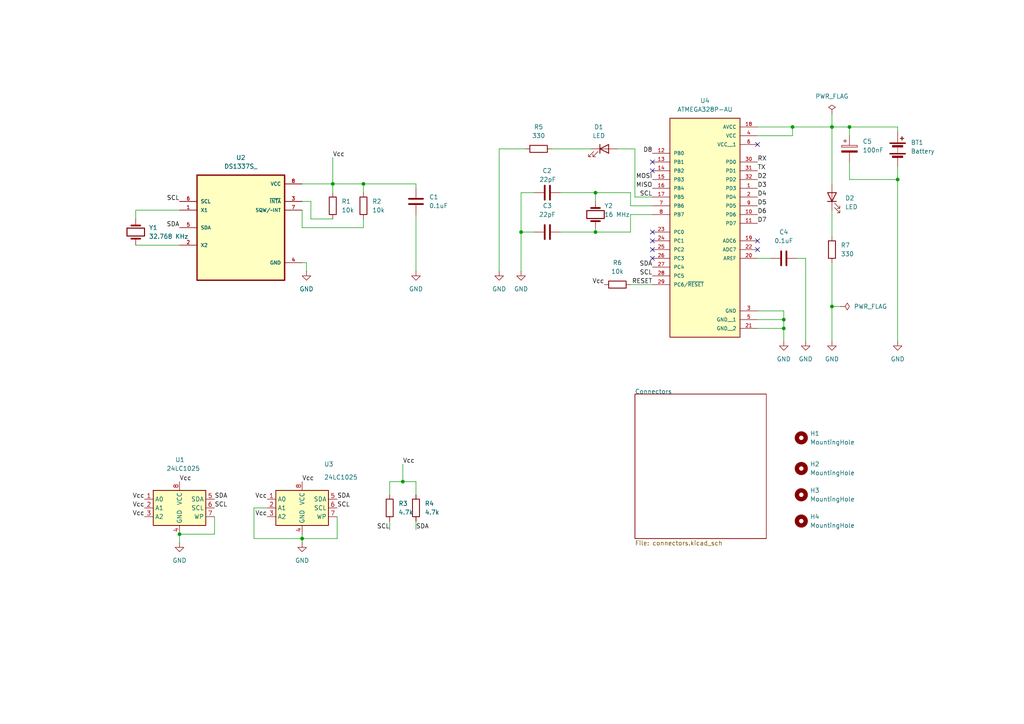
<source format=kicad_sch>
(kicad_sch (version 20231120) (generator "eeschema") (generator_version "8.0")
  (paper "A4")
  (title_block (title "MCU Datalogger with clock and EEPROM") (date "2024-09-26") (rev "version 1") (company "chivoma"))
  (lib_symbols
    (symbol "ATMEGA328P-AU:ATMEGA328P-AU" (pin_names (offset 1.016))
      (property "Reference" "U" (at -10.1755 29.2546 0))
      (property "Value" "ATMEGA328P-AU" (at -10.1669 -39.3914 0))
      (symbol "ATMEGA328P-AU_0_0"
        (rectangle (start -10.16 -35.56) (end 10.16 27.94) (stroke (width 0.254)) (fill (type background)))
        (pin bidirectional line (at 15.24 7.62 180) (length 5.08) (name "PD3") (number "1"))
        (pin bidirectional line (at 15.24 0 180) (length 5.08) (name "PD6") (number "10"))
        (pin bidirectional line (at 15.24 -2.54 180) (length 5.08) (name "PD7") (number "11"))
        (pin bidirectional line (at -15.24 17.78 0) (length 5.08) (name "PB0") (number "12"))
        (pin bidirectional line (at -15.24 15.24 0) (length 5.08) (name "PB1") (number "13"))
        (pin bidirectional line (at -15.24 12.7 0) (length 5.08) (name "PB2") (number "14"))
        (pin bidirectional line (at -15.24 10.16 0) (length 5.08) (name "PB3") (number "15"))
        (pin bidirectional line (at -15.24 7.62 0) (length 5.08) (name "PB4") (number "16"))
        (pin bidirectional line (at -15.24 5.08 0) (length 5.08) (name "PB5") (number "17"))
        (pin power_in line (at 15.24 25.4 180) (length 5.08) (name "AVCC") (number "18"))
        (pin bidirectional line (at 15.24 -7.62 180) (length 5.08) (name "ADC6") (number "19"))
        (pin bidirectional line (at 15.24 5.08 180) (length 5.08) (name "PD4") (number "2"))
        (pin input line (at 15.24 -12.7 180) (length 5.08) (name "AREF") (number "20"))
        (pin power_in line (at 15.24 -33.02 180) (length 5.08) (name "GND__2") (number "21"))
        (pin bidirectional line (at 15.24 -10.16 180) (length 5.08) (name "ADC7") (number "22"))
        (pin bidirectional line (at -15.24 -5.08 0) (length 5.08) (name "PC0") (number "23"))
        (pin bidirectional line (at -15.24 -7.62 0) (length 5.08) (name "PC1") (number "24"))
        (pin bidirectional line (at -15.24 -10.16 0) (length 5.08) (name "PC2") (number "25"))
        (pin bidirectional line (at -15.24 -12.7 0) (length 5.08) (name "PC3") (number "26"))
        (pin bidirectional line (at -15.24 -15.24 0) (length 5.08) (name "PC4") (number "27"))
        (pin bidirectional line (at -15.24 -17.78 0) (length 5.08) (name "PC5") (number "28"))
        (pin bidirectional line (at -15.24 -20.32 0) (length 5.08) (name "PC6/~{RESET}") (number "29"))
        (pin power_in line (at 15.24 -27.94 180) (length 5.08) (name "GND") (number "3"))
        (pin bidirectional line (at 15.24 15.24 180) (length 5.08) (name "PD0") (number "30"))
        (pin bidirectional line (at 15.24 12.7 180) (length 5.08) (name "PD1") (number "31"))
        (pin bidirectional line (at 15.24 10.16 180) (length 5.08) (name "PD2") (number "32"))
        (pin power_in line (at 15.24 22.86 180) (length 5.08) (name "VCC") (number "4"))
        (pin power_in line (at 15.24 -30.48 180) (length 5.08) (name "GND__1") (number "5"))
        (pin power_in line (at 15.24 20.32 180) (length 5.08) (name "VCC__1") (number "6"))
        (pin bidirectional line (at -15.24 2.54 0) (length 5.08) (name "PB6") (number "7"))
        (pin bidirectional line (at -15.24 0 0) (length 5.08) (name "PB7") (number "8"))
        (pin bidirectional line (at 15.24 2.54 180) (length 5.08) (name "PD5") (number "9"))
      )
    )
    (symbol "DS1337S_:DS1337S_" (pin_names (offset 1.016))
      (property "Reference" "U" (at -12.7 16.24 0))
      (property "Value" "DS1337S_" (at -12.7 -19.24 0))
      (symbol "DS1337S__0_0"
        (rectangle (start -12.7 -15.24) (end 12.7 15.24) (stroke (width 0.41)) (fill (type background)))
        (pin input line (at -17.78 5.08 0) (length 5.08) (name "X1") (number "1"))
        (pin bidirectional line (at -17.78 -5.08 0) (length 5.08) (name "X2") (number "2"))
        (pin output line (at 17.78 7.62 180) (length 5.08) (name "~{INTA}") (number "3"))
        (pin power_in line (at 17.78 -10.16 180) (length 5.08) (name "GND") (number "4"))
        (pin bidirectional line (at -17.78 0 0) (length 5.08) (name "SDA") (number "5"))
        (pin input line (at -17.78 7.62 0) (length 5.08) (name "SCL") (number "6"))
        (pin output line (at 17.78 5.08 180) (length 5.08) (name "SQW/~INT") (number "7"))
        (pin power_in line (at 17.78 12.7 180) (length 5.08) (name "VCC") (number "8"))
      )
    )
    (symbol "Device:Battery" (pin_numbers hide) (pin_names (offset 0) hide)
      (property "Reference" "BT" (at 2.54 2.54 0))
      (property "Value" "Battery" (at 2.54 0 0))
      (symbol "Battery_0_1"
        (rectangle (start -2.286 -1.27) (end 2.286 -1.524) (fill (type outline)))
        (rectangle (start -2.286 1.778) (end 2.286 1.524) (fill (type outline)))
        (rectangle (start -1.524 -2.032) (end 1.524 -2.54) (fill (type outline)))
        (rectangle (start -1.524 1.016) (end 1.524 0.508) (fill (type outline)))
        (polyline (pts (xy 0 -1.016) (xy 0 -0.762)))
        (polyline (pts (xy 0 -0.508) (xy 0 -0.254)))
        (polyline (pts (xy 0 0) (xy 0 0.254)))
        (polyline (pts (xy 0 1.778) (xy 0 2.54)))
        (polyline (pts (xy 0.762 3.048) (xy 1.778 3.048)) (stroke (width 0.254)))
        (polyline (pts (xy 1.27 3.556) (xy 1.27 2.54)) (stroke (width 0.254)))
      )
      (symbol "Battery_1_1"
        (pin passive line (at 0 5.08 270) (length 2.54) (name "+") (number "1"))
        (pin passive line (at 0 -5.08 90) (length 2.54) (name "-") (number "2"))
      )
    )
    (symbol "Device:C" (pin_numbers hide) (pin_names (offset 0.254))
      (property "Reference" "C" (at 0.635 2.54 0))
      (property "Value" "C" (at 0.635 -2.54 0))
      (symbol "C_0_1"
        (polyline (pts (xy -2.032 -0.762) (xy 2.032 -0.762)) (stroke (width 0.508)))
        (polyline (pts (xy -2.032 0.762) (xy 2.032 0.762)) (stroke (width 0.508)))
      )
      (symbol "C_1_1"
        (pin passive line (at 0 3.81 270) (length 2.794) (name "~") (number "1"))
        (pin passive line (at 0 -3.81 90) (length 2.794) (name "~") (number "2"))
      )
    )
    (symbol "Device:C_Polarized" (pin_numbers hide) (pin_names (offset 0.254))
      (property "Reference" "C" (at 0.635 2.54 0))
      (property "Value" "C_Polarized" (at 0.635 -2.54 0))
      (symbol "C_Polarized_0_1"
        (rectangle (start -2.286 0.508) (end 2.286 1.016))
        (polyline (pts (xy -1.778 2.286) (xy -0.762 2.286)))
        (polyline (pts (xy -1.27 2.794) (xy -1.27 1.778)))
        (rectangle (start 2.286 -0.508) (end -2.286 -1.016) (fill (type outline)))
      )
      (symbol "C_Polarized_1_1"
        (pin passive line (at 0 3.81 270) (length 2.794) (name "~") (number "1"))
        (pin passive line (at 0 -3.81 90) (length 2.794) (name "~") (number "2"))
      )
    )
    (symbol "Device:Crystal" (pin_numbers hide) (pin_names (offset 1.016) hide)
      (property "Reference" "Y" (at 0 3.81 0))
      (property "Value" "Crystal" (at 0 -3.81 0))
      (symbol "Crystal_0_1"
        (rectangle (start -1.143 2.54) (end 1.143 -2.54) (stroke (width 0.3048)))
        (polyline (pts (xy -2.54 0) (xy -1.905 0)))
        (polyline (pts (xy -1.905 -1.27) (xy -1.905 1.27)) (stroke (width 0.508)))
        (polyline (pts (xy 1.905 -1.27) (xy 1.905 1.27)) (stroke (width 0.508)))
        (polyline (pts (xy 2.54 0) (xy 1.905 0)))
      )
      (symbol "Crystal_1_1"
        (pin passive line (at -3.81 0 0) (length 1.27) (name "1") (number "1"))
        (pin passive line (at 3.81 0 180) (length 1.27) (name "2") (number "2"))
      )
    )
    (symbol "Device:LED" (pin_numbers hide) (pin_names (offset 1.016) hide)
      (property "Reference" "D" (at 0 2.54 0))
      (property "Value" "LED" (at 0 -2.54 0))
      (symbol "LED_0_1"
        (polyline (pts (xy -1.27 -1.27) (xy -1.27 1.27)) (stroke (width 0.254)))
        (polyline (pts (xy -1.27 0) (xy 1.27 0)))
        (polyline (pts (xy 1.27 -1.27) (xy 1.27 1.27) (xy -1.27 0) (xy 1.27 -1.27)) (stroke (width 0.254)))
        (polyline (pts (xy -3.048 -0.762) (xy -4.572 -2.286) (xy -3.81 -2.286) (xy -4.572 -2.286) (xy -4.572 -1.524)))
        (polyline (pts (xy -1.778 -0.762) (xy -3.302 -2.286) (xy -2.54 -2.286) (xy -3.302 -2.286) (xy -3.302 -1.524)))
      )
      (symbol "LED_1_1"
        (pin passive line (at -3.81 0 0) (length 2.54) (name "K") (number "1"))
        (pin passive line (at 3.81 0 180) (length 2.54) (name "A") (number "2"))
      )
    )
    (symbol "Device:R" (pin_numbers hide) (pin_names (offset 0))
      (property "Reference" "R" (at 2.032 0 90))
      (property "Value" "R" (at 0 0 90))
      (symbol "R_0_1"
        (rectangle (start -1.016 -2.54) (end 1.016 2.54) (stroke (width 0.254)))
      )
      (symbol "R_1_1"
        (pin passive line (at 0 3.81 270) (length 1.27) (name "~") (number "1"))
        (pin passive line (at 0 -3.81 90) (length 1.27) (name "~") (number "2"))
      )
    )
    (symbol "Mechanical:MountingHole" (pin_names (offset 1.016)) (exclude_from_sim yes) (in_bom no)
      (property "Reference" "H" (at 0 5.08 0))
      (property "Value" "MountingHole" (at 0 3.175 0))
      (symbol "MountingHole_0_1"
        (circle (center 0 0) (radius 1.27) (stroke (width 1.27)))
      )
    )
    (symbol "Memory_EEPROM:24LC1025"
      (property "Reference" "U" (at -6.35 6.35 0))
      (property "Value" "24LC1025" (at 1.27 6.35 0))
      (symbol "24LC1025_1_1"
        (rectangle (start -7.62 5.08) (end 7.62 -5.08) (stroke (width 0.254)) (fill (type background)))
        (pin input line (at -10.16 2.54 0) (length 2.54) (name "A0") (number "1"))
        (pin input line (at -10.16 0 0) (length 2.54) (name "A1") (number "2"))
        (pin input line (at -10.16 -2.54 0) (length 2.54) (name "A2") (number "3"))
        (pin power_in line (at 0 -7.62 90) (length 2.54) (name "GND") (number "4"))
        (pin bidirectional line (at 10.16 2.54 180) (length 2.54) (name "SDA") (number "5"))
        (pin input line (at 10.16 0 180) (length 2.54) (name "SCL") (number "6"))
        (pin input line (at 10.16 -2.54 180) (length 2.54) (name "WP") (number "7"))
        (pin power_in line (at 0 7.62 270) (length 2.54) (name "VCC") (number "8"))
      )
    )
    (symbol "power:GND" (power) (pin_numbers hide) (pin_names (offset 0) hide)
      (property "Value" "GND" (at 0 -3.81 0))
      (symbol "GND_0_1"
        (polyline (pts (xy 0 0) (xy 0 -1.27) (xy 1.27 -1.27) (xy 0 -2.54) (xy -1.27 -1.27) (xy 0 -1.27)))
      )
      (symbol "GND_1_1"
        (pin power_in line (at 0 0 270) (length 0) (name "~") (number "1"))
      )
    )
    (symbol "power:PWR_FLAG" (power) (pin_numbers hide) (pin_names (offset 0) hide)
      (property "Value" "PWR_FLAG" (at 0 3.81 0))
      (symbol "PWR_FLAG_0_0"
        (pin power_out line (at 0 0 90) (length 0) (name "~") (number "1"))
      )
      (symbol "PWR_FLAG_0_1"
        (polyline (pts (xy 0 0) (xy 0 1.27) (xy -1.016 1.905) (xy 0 2.54) (xy 1.016 1.905) (xy 0 1.27)))
      )
    )
  )
  (junction (at 241.3 36.83))
  (junction (at 151.13 67.31))
  (junction (at 227.33 92.71))
  (junction (at 260.35 52.07))
  (junction (at 172.72 55.88))
  (junction (at 246.38 36.83))
  (junction (at 96.52 53.34))
  (junction (at 105.41 53.34))
  (junction (at 87.63 156.21))
  (junction (at 241.3 88.9))
  (junction (at 52.07 154.94))
  (junction (at 116.84 139.7))
  (junction (at 227.33 95.25))
  (junction (at 229.87 36.83))
  (junction (at 172.72 67.31))
  (no_connect (at 219.71 69.85))
  (no_connect (at 189.23 74.93))
  (no_connect (at 219.71 41.91))
  (no_connect (at 189.23 46.99))
  (no_connect (at 189.23 67.31))
  (no_connect (at 219.71 72.39))
  (no_connect (at 189.23 69.85))
  (no_connect (at 189.23 72.39))
  (no_connect (at 189.23 49.53))
  (wire (pts (xy 39.37 60.96) (xy 52.07 60.96)))
  (wire (pts (xy 151.13 67.31) (xy 154.94 67.31)))
  (wire (pts (xy 116.84 139.7) (xy 120.65 139.7)))
  (wire (pts (xy 182.88 59.69) (xy 182.88 55.88)))
  (wire (pts (xy 120.65 53.34) (xy 120.65 54.61)))
  (wire (pts (xy 241.3 88.9) (xy 243.84 88.9)))
  (wire (pts (xy 246.38 52.07) (xy 260.35 52.07)))
  (wire (pts (xy 62.23 149.86) (xy 62.23 154.94)))
  (wire (pts (xy 184.15 43.18) (xy 184.15 57.15)))
  (wire (pts (xy 120.65 151.13) (xy 120.65 153.67)))
  (wire (pts (xy 73.66 156.21) (xy 87.63 156.21)))
  (wire (pts (xy 219.71 74.93) (xy 223.52 74.93)))
  (wire (pts (xy 219.71 95.25) (xy 227.33 95.25)))
  (wire (pts (xy 241.3 88.9) (xy 241.3 99.06)))
  (wire (pts (xy 87.63 66.04) (xy 105.41 66.04)))
  (wire (pts (xy 113.03 143.51) (xy 113.03 139.7)))
  (wire (pts (xy 97.79 156.21) (xy 87.63 156.21)))
  (wire (pts (xy 172.72 67.31) (xy 182.88 67.31)))
  (wire (pts (xy 182.88 67.31) (xy 182.88 62.23)))
  (wire (pts (xy 162.56 67.31) (xy 172.72 67.31)))
  (wire (pts (xy 87.63 60.96) (xy 87.63 66.04)))
  (wire (pts (xy 219.71 36.83) (xy 229.87 36.83)))
  (wire (pts (xy 260.35 48.26) (xy 260.35 52.07)))
  (wire (pts (xy 179.07 43.18) (xy 184.15 43.18)))
  (wire (pts (xy 87.63 76.2) (xy 88.9 76.2)))
  (wire (pts (xy 182.88 82.55) (xy 189.23 82.55)))
  (wire (pts (xy 105.41 63.5) (xy 105.41 66.04)))
  (wire (pts (xy 246.38 36.83) (xy 260.35 36.83)))
  (wire (pts (xy 39.37 63.5) (xy 39.37 60.96)))
  (wire (pts (xy 241.3 33.02) (xy 241.3 36.83)))
  (wire (pts (xy 62.23 154.94) (xy 52.07 154.94)))
  (wire (pts (xy 227.33 95.25) (xy 227.33 99.06)))
  (wire (pts (xy 87.63 156.21) (xy 87.63 157.48)))
  (wire (pts (xy 73.66 147.32) (xy 73.66 156.21)))
  (wire (pts (xy 116.84 134.62) (xy 116.84 139.7)))
  (wire (pts (xy 241.3 36.83) (xy 246.38 36.83)))
  (wire (pts (xy 97.79 149.86) (xy 97.79 156.21)))
  (wire (pts (xy 172.72 55.88) (xy 172.72 58.42)))
  (wire (pts (xy 90.17 63.5) (xy 96.52 63.5)))
  (wire (pts (xy 39.37 71.12) (xy 52.07 71.12)))
  (wire (pts (xy 172.72 67.31) (xy 172.72 66.04)))
  (wire (pts (xy 151.13 67.31) (xy 151.13 78.74)))
  (wire (pts (xy 120.65 139.7) (xy 120.65 143.51)))
  (wire (pts (xy 246.38 36.83) (xy 246.38 39.37)))
  (wire (pts (xy 160.02 43.18) (xy 171.45 43.18)))
  (wire (pts (xy 87.63 154.94) (xy 87.63 156.21)))
  (wire (pts (xy 77.47 147.32) (xy 73.66 147.32)))
  (wire (pts (xy 231.14 74.93) (xy 233.68 74.93)))
  (wire (pts (xy 219.71 90.17) (xy 227.33 90.17)))
  (wire (pts (xy 120.65 62.23) (xy 120.65 78.74)))
  (wire (pts (xy 87.63 53.34) (xy 96.52 53.34)))
  (wire (pts (xy 260.35 52.07) (xy 260.35 99.06)))
  (wire (pts (xy 241.3 76.2) (xy 241.3 88.9)))
  (wire (pts (xy 90.17 58.42) (xy 90.17 63.5)))
  (wire (pts (xy 227.33 92.71) (xy 227.33 95.25)))
  (wire (pts (xy 219.71 39.37) (xy 229.87 39.37)))
  (wire (pts (xy 246.38 46.99) (xy 246.38 52.07)))
  (wire (pts (xy 96.52 45.72) (xy 96.52 53.34)))
  (wire (pts (xy 113.03 151.13) (xy 113.03 153.67)))
  (wire (pts (xy 182.88 62.23) (xy 189.23 62.23)))
  (wire (pts (xy 113.03 139.7) (xy 116.84 139.7)))
  (wire (pts (xy 241.3 60.96) (xy 241.3 68.58)))
  (wire (pts (xy 88.9 76.2) (xy 88.9 78.74)))
  (wire (pts (xy 189.23 59.69) (xy 182.88 59.69)))
  (wire (pts (xy 105.41 55.88) (xy 105.41 53.34)))
  (wire (pts (xy 233.68 74.93) (xy 233.68 99.06)))
  (wire (pts (xy 219.71 92.71) (xy 227.33 92.71)))
  (wire (pts (xy 96.52 53.34) (xy 105.41 53.34)))
  (wire (pts (xy 151.13 55.88) (xy 151.13 67.31)))
  (wire (pts (xy 87.63 58.42) (xy 90.17 58.42)))
  (wire (pts (xy 144.78 78.74) (xy 144.78 43.18)))
  (wire (pts (xy 154.94 55.88) (xy 151.13 55.88)))
  (wire (pts (xy 229.87 36.83) (xy 241.3 36.83)))
  (wire (pts (xy 105.41 53.34) (xy 120.65 53.34)))
  (wire (pts (xy 229.87 39.37) (xy 229.87 36.83)))
  (wire (pts (xy 52.07 154.94) (xy 52.07 157.48)))
  (wire (pts (xy 260.35 36.83) (xy 260.35 38.1)))
  (wire (pts (xy 241.3 36.83) (xy 241.3 53.34)))
  (wire (pts (xy 227.33 90.17) (xy 227.33 92.71)))
  (wire (pts (xy 184.15 57.15) (xy 189.23 57.15)))
  (wire (pts (xy 182.88 55.88) (xy 172.72 55.88)))
  (wire (pts (xy 162.56 55.88) (xy 172.72 55.88)))
  (wire (pts (xy 144.78 43.18) (xy 152.4 43.18)))
  (wire (pts (xy 96.52 55.88) (xy 96.52 53.34)))
  (label "Vcc" (at 175.26 82.55 180))
  (label "SDA" (at 52.07 66.04 180))
  (label "Vcc" (at 96.52 45.72 0))
  (label "Vcc" (at 77.47 149.86 180))
  (label "SDA" (at 62.23 144.78 0))
  (label "SCL" (at 189.23 80.01 180))
  (label "Vcc" (at 87.63 139.7 0))
  (label "D6" (at 219.71 62.23 0))
  (label "Vcc" (at 77.47 144.78 180))
  (label "SCL" (at 189.23 57.15 180))
  (label "SDA" (at 189.23 77.47 180))
  (label "TX" (at 219.71 49.53 0))
  (label "Vcc" (at 41.91 144.78 180))
  (label "D7" (at 219.71 64.77 0))
  (label "MOSI" (at 189.23 52.07 180))
  (label "D5" (at 219.71 59.69 0))
  (label "RX" (at 219.71 46.99 0))
  (label "SDA" (at 120.65 153.67 0))
  (label "D2" (at 219.71 52.07 0))
  (label "Vcc" (at 41.91 149.86 180))
  (label "SDA" (at 97.79 144.78 0))
  (label "SCL" (at 113.03 153.67 180))
  (label "SCL" (at 97.79 147.32 0))
  (label "SCL" (at 62.23 147.32 0))
  (label "RESET" (at 189.23 82.55 180))
  (label "MISO" (at 189.23 54.61 180))
  (label "SCL" (at 52.07 58.42 180))
  (label "D4" (at 219.71 57.15 0))
  (label "Vcc" (at 41.91 147.32 180))
  (label "D8" (at 189.23 44.45 180))
  (label "D3" (at 219.71 54.61 0))
  (label "Vcc" (at 116.84 134.62 0))
  (label "Vcc" (at 52.07 139.7 0))
  (symbol (lib_id "Device:C") (at 158.75 67.31 90) (unit 1)
    (property "Reference" "C3" (at 158.75 59.69 90))
    (property "Value" "22pF" (at 158.75 62.23 90))
    (property "Footprint" "Capacitor_SMD:C_0805_2012Metric_Pad1.18x1.45mm_HandSolder" (effects (hide yes)))
    (property "Description" "Unpolarized capacitor" (effects (hide yes)))
  )
  (symbol (lib_id "Memory_EEPROM:24LC1025") (at 87.63 147.32 0) (unit 1)
    (property "Reference" "U3" (at 93.98 134.62 0) (effects (justify left)))
    (property "Value" "24LC1025" (at 93.98 138.43 0) (effects (justify left)))
    (property "Footprint" "Package_SO:SOIC-8_5.23x5.23mm_P1.27mm" (effects (hide yes)))
    (property "Datasheet" "http://ww1.microchip.com/downloads/en/DeviceDoc/21941B.pdf" (effects (hide yes)))
    (property "Description" "I2C Serial EEPROM, 1024Kb, DIP-8/SOIC-8/TSSOP-8/DFN-8" (effects (hide yes)))
  )
  (symbol (lib_id "Device:Battery") (at 260.35 43.18 0) (unit 1)
    (property "Reference" "BT1" (at 264.16 41.3384 0) (effects (justify left)))
    (property "Value" "Battery" (at 264.16 43.8784 0) (effects (justify left)))
    (property "Footprint" "Connector_PinHeader_1.00mm:PinHeader_1x02_P1.00mm_Vertical" (effects (hide yes)))
    (property "Description" "Multiple-cell battery" (effects (hide yes)))
  )
  (symbol (lib_id "power:GND") (at 87.63 157.48 0) (unit 1)
    (property "Reference" "#PWR04" (effects (hide yes)))
    (property "Value" "GND" (at 87.63 162.56 0))
    (property "Description" "Power symbol creates a global label with name \"GND\" , ground" (effects (hide yes)))
  )
  (symbol (lib_id "power:GND") (at 260.35 99.06 0) (unit 1)
    (property "Reference" "#PWR07" (effects (hide yes)))
    (property "Value" "GND" (at 260.35 104.14 0))
    (property "Description" "Power symbol creates a global label with name \"GND\" , ground" (effects (hide yes)))
  )
  (symbol (lib_id "Mechanical:MountingHole") (at 232.41 135.89 0) (unit 1) (exclude_from_sim yes) (in_bom no)
    (property "Reference" "H2" (at 234.95 134.6199 0) (effects (justify left)))
    (property "Value" "MountingHole" (at 234.95 137.1599 0) (effects (justify left)))
    (property "Footprint" "MountingHole:MountingHole_2.1mm" (effects (hide yes)))
    (property "Description" "Mounting Hole without connection" (effects (hide yes)))
  )
  (symbol (lib_id "Mechanical:MountingHole") (at 232.41 127 0) (unit 1) (exclude_from_sim yes) (in_bom no)
    (property "Reference" "H1" (at 234.95 125.7299 0) (effects (justify left)))
    (property "Value" "MountingHole" (at 234.95 128.2699 0) (effects (justify left)))
    (property "Footprint" "MountingHole:MountingHole_2.1mm" (effects (hide yes)))
    (property "Description" "Mounting Hole without connection" (effects (hide yes)))
  )
  (symbol (lib_id "Device:C") (at 120.65 58.42 0) (unit 1)
    (property "Reference" "C1" (at 124.46 57.1499 0) (effects (justify left)))
    (property "Value" "0.1uF" (at 124.46 59.6899 0) (effects (justify left)))
    (property "Footprint" "Capacitor_SMD:C_0805_2012Metric_Pad1.18x1.45mm_HandSolder" (effects (hide yes)))
    (property "Description" "Unpolarized capacitor" (effects (hide yes)))
  )
  (symbol (lib_id "power:GND") (at 227.33 99.06 0) (unit 1)
    (property "Reference" "#PWR05" (effects (hide yes)))
    (property "Value" "GND" (at 227.33 104.14 0))
    (property "Description" "Power symbol creates a global label with name \"GND\" , ground" (effects (hide yes)))
  )
  (symbol (lib_id "power:GND") (at 233.68 99.06 0) (unit 1)
    (property "Reference" "#PWR010" (effects (hide yes)))
    (property "Value" "GND" (at 233.68 104.14 0))
    (property "Description" "Power symbol creates a global label with name \"GND\" , ground" (effects (hide yes)))
  )
  (symbol (lib_id "Device:Crystal") (at 39.37 67.31 90) (unit 1)
    (property "Reference" "Y1" (at 43.18 66.0399 90) (effects (justify right)))
    (property "Value" "32.768 KHz" (at 43.18 68.5799 90) (effects (justify right)))
    (property "Footprint" "Crystal:Crystal_SMD_5032-2Pin_5.0x3.2mm_HandSoldering" (effects (hide yes)))
    (property "Description" "Two pin crystal" (effects (hide yes)))
  )
  (symbol (lib_id "Device:R") (at 156.21 43.18 90) (unit 1)
    (property "Reference" "R5" (at 156.21 36.83 90))
    (property "Value" "330" (at 156.21 39.37 90))
    (property "Footprint" "Resistor_SMD:R_0805_2012Metric_Pad1.20x1.40mm_HandSolder" (effects (hide yes)))
    (property "Description" "Resistor" (effects (hide yes)))
  )
  (symbol (lib_id "Device:R") (at 241.3 72.39 0) (unit 1)
    (property "Reference" "R7" (at 243.84 71.1199 0) (effects (justify left)))
    (property "Value" "330" (at 243.84 73.6599 0) (effects (justify left)))
    (property "Footprint" "Resistor_SMD:R_0805_2012Metric_Pad1.20x1.40mm_HandSolder" (effects (hide yes)))
    (property "Description" "Resistor" (effects (hide yes)))
  )
  (symbol (lib_id "Device:R") (at 105.41 59.69 0) (unit 1)
    (property "Reference" "R2" (at 107.95 58.4199 0) (effects (justify left)))
    (property "Value" "10k" (at 107.95 60.9599 0) (effects (justify left)))
    (property "Footprint" "Resistor_SMD:R_0805_2012Metric_Pad1.20x1.40mm_HandSolder" (effects (hide yes)))
    (property "Description" "Resistor" (effects (hide yes)))
  )
  (symbol (lib_id "Device:C_Polarized") (at 246.38 43.18 0) (unit 1)
    (property "Reference" "C5" (at 250.19 41.0209 0) (effects (justify left)))
    (property "Value" "100nF" (at 250.19 43.5609 0) (effects (justify left)))
    (property "Footprint" "Capacitor_SMD:C_0805_2012Metric_Pad1.18x1.45mm_HandSolder" (effects (hide yes)))
    (property "Description" "Polarized capacitor" (effects (hide yes)))
  )
  (symbol (lib_id "power:GND") (at 241.3 99.06 0) (unit 1)
    (property "Reference" "#PWR06" (effects (hide yes)))
    (property "Value" "GND" (at 241.3 104.14 0))
    (property "Description" "Power symbol creates a global label with name \"GND\" , ground" (effects (hide yes)))
  )
  (symbol (lib_id "Device:R") (at 96.52 59.69 0) (unit 1)
    (property "Reference" "R1" (at 99.06 58.4199 0) (effects (justify left)))
    (property "Value" "10k" (at 99.06 60.9599 0) (effects (justify left)))
    (property "Footprint" "Resistor_SMD:R_0805_2012Metric_Pad1.20x1.40mm_HandSolder" (effects (hide yes)))
    (property "Description" "Resistor" (effects (hide yes)))
  )
  (symbol (lib_id "Device:R") (at 113.03 147.32 0) (unit 1)
    (property "Reference" "R3" (at 115.57 146.0499 0) (effects (justify left)))
    (property "Value" "4.7k" (at 115.57 148.5899 0) (effects (justify left)))
    (property "Footprint" "Resistor_SMD:R_0805_2012Metric_Pad1.20x1.40mm_HandSolder" (effects (hide yes)))
    (property "Description" "Resistor" (effects (hide yes)))
  )
  (symbol (lib_id "Device:R") (at 120.65 147.32 0) (unit 1)
    (property "Reference" "R4" (at 123.19 146.0499 0) (effects (justify left)))
    (property "Value" "4.7k" (at 123.19 148.5899 0) (effects (justify left)))
    (property "Footprint" "Resistor_SMD:R_0805_2012Metric_Pad1.20x1.40mm_HandSolder" (effects (hide yes)))
    (property "Description" "Resistor" (effects (hide yes)))
  )
  (symbol (lib_id "Mechanical:MountingHole") (at 232.41 151.13 0) (unit 1) (exclude_from_sim yes) (in_bom no)
    (property "Reference" "H4" (at 234.95 149.8599 0) (effects (justify left)))
    (property "Value" "MountingHole" (at 234.95 152.3999 0) (effects (justify left)))
    (property "Footprint" "MountingHole:MountingHole_2.1mm" (effects (hide yes)))
    (property "Description" "Mounting Hole without connection" (effects (hide yes)))
  )
  (symbol (lib_id "power:PWR_FLAG") (at 241.3 33.02 0) (unit 1)
    (property "Reference" "#FLG02" (effects (hide yes)))
    (property "Value" "PWR_FLAG" (at 241.3 27.94 0))
    (property "Description" "Special symbol for telling ERC where power comes from" (effects (hide yes)))
  )
  (symbol (lib_id "Device:R") (at 179.07 82.55 90) (unit 1)
    (property "Reference" "R6" (at 179.07 76.2 90))
    (property "Value" "10k" (at 179.07 78.74 90))
    (property "Footprint" "Resistor_SMD:R_0805_2012Metric_Pad1.20x1.40mm_HandSolder" (effects (hide yes)))
    (property "Description" "Resistor" (effects (hide yes)))
  )
  (symbol (lib_id "Device:LED") (at 241.3 57.15 90) (unit 1)
    (property "Reference" "D2" (at 245.11 57.4674 90) (effects (justify right)))
    (property "Value" "LED" (at 245.11 60.0074 90) (effects (justify right)))
    (property "Footprint" "LED_SMD:LED_0805_2012Metric_Pad1.15x1.40mm_HandSolder" (effects (hide yes)))
    (property "Description" "Light emitting diode" (effects (hide yes)))
  )
  (symbol (lib_id "Device:C") (at 227.33 74.93 90) (unit 1)
    (property "Reference" "C4" (at 227.33 67.31 90))
    (property "Value" "0.1uF" (at 227.33 69.85 90))
    (property "Footprint" "Capacitor_SMD:C_0805_2012Metric_Pad1.18x1.45mm_HandSolder" (effects (hide yes)))
    (property "Description" "Unpolarized capacitor" (effects (hide yes)))
  )
  (symbol (lib_id "Memory_EEPROM:24LC1025") (at 52.07 147.32 0) (unit 1)
    (property "Reference" "U1" (at 50.8 133.35 0) (effects (justify left)))
    (property "Value" "24LC1025" (at 48.26 135.89 0) (effects (justify left)))
    (property "Footprint" "Package_SO:SOIC-8_5.23x5.23mm_P1.27mm" (effects (hide yes)))
    (property "Datasheet" "http://ww1.microchip.com/downloads/en/DeviceDoc/21941B.pdf" (effects (hide yes)))
    (property "Description" "I2C Serial EEPROM, 1024Kb, DIP-8/SOIC-8/TSSOP-8/DFN-8" (effects (hide yes)))
  )
  (symbol (lib_id "power:GND") (at 52.07 157.48 0) (unit 1)
    (property "Reference" "#PWR03" (effects (hide yes)))
    (property "Value" "GND" (at 52.07 162.56 0))
    (property "Description" "Power symbol creates a global label with name \"GND\" , ground" (effects (hide yes)))
  )
  (symbol (lib_id "Device:LED") (at 175.26 43.18 0) (unit 1)
    (property "Reference" "D1" (at 173.6725 36.83 0))
    (property "Value" "LED" (at 173.6725 39.37 0))
    (property "Footprint" "LED_SMD:LED_0805_2012Metric_Pad1.15x1.40mm_HandSolder" (effects (hide yes)))
    (property "Description" "Light emitting diode" (effects (hide yes)))
  )
  (symbol (lib_id "power:GND") (at 144.78 78.74 0) (unit 1)
    (property "Reference" "#PWR09" (effects (hide yes)))
    (property "Value" "GND" (at 144.78 83.82 0))
    (property "Description" "Power symbol creates a global label with name \"GND\" , ground" (effects (hide yes)))
  )
  (symbol (lib_id "Mechanical:MountingHole") (at 232.41 143.51 0) (unit 1) (exclude_from_sim yes) (in_bom no)
    (property "Reference" "H3" (at 234.95 142.2399 0) (effects (justify left)))
    (property "Value" "MountingHole" (at 234.95 144.7799 0) (effects (justify left)))
    (property "Footprint" "MountingHole:MountingHole_2.1mm" (effects (hide yes)))
    (property "Description" "Mounting Hole without connection" (effects (hide yes)))
  )
  (symbol (lib_id "DS1337S_:DS1337S_") (at 69.85 66.04 0) (unit 1)
    (property "Reference" "U2" (at 69.85 45.72 0))
    (property "Value" "DS1337S_" (at 69.85 48.26 0))
    (property "Footprint" "footprints:SOIC127P600X175-8N" (effects (hide yes)))
    (property "MF" "Analog Devices" (effects (hide yes)))
    (property "Description_1" "\nReal Time Clock (RTC) IC Clock/Calendar - I²C, 2-Wire Serial 8-SOIC (0.154, 3.90mm Width)\n" (effects (hide yes)))
    (property "Package" "SOIC-8 Maxim" (effects (hide yes)))
    (property "Price" "None" (effects (hide yes)))
    (property "SnapEDA_Link" "https://www.snapeda.com/parts/DS1337S/Analog+Devices/view-part/?ref=snap" (effects (hide yes)))
    (property "MP" "DS1337S" (effects (hide yes)))
    (property "Purchase-URL" "https://www.snapeda.com/api/url_track_click_mouser/?unipart_id=2748190&manufacturer=Analog Devices&part_name=DS1337S&search_term=ds1337s" (effects (hide yes)))
    (property "Availability" "In Stock" (effects (hide yes)))
    (property "Check_prices" "https://www.snapeda.com/parts/DS1337S/Analog+Devices/view-part/?ref=eda" (effects (hide yes)))
  )
  (symbol (lib_id "power:GND") (at 88.9 78.74 0) (unit 1)
    (property "Reference" "#PWR01" (effects (hide yes)))
    (property "Value" "GND" (at 88.9 83.82 0))
    (property "Description" "Power symbol creates a global label with name \"GND\" , ground" (effects (hide yes)))
  )
  (symbol (lib_id "Device:C") (at 158.75 55.88 90) (unit 1)
    (property "Reference" "C2" (at 160.02 49.53 90) (effects (justify left)))
    (property "Value" "22pF" (at 161.29 52.07 90) (effects (justify left)))
    (property "Footprint" "Capacitor_SMD:C_0805_2012Metric_Pad1.18x1.45mm_HandSolder" (effects (hide yes)))
    (property "Description" "Unpolarized capacitor" (effects (hide yes)))
  )
  (symbol (lib_id "ATMEGA328P-AU:ATMEGA328P-AU") (at 204.47 62.23 0) (unit 1)
    (property "Reference" "U4" (at 204.47 29.21 0))
    (property "Value" "ATMEGA328P-AU" (at 204.47 31.75 0))
    (property "Footprint" "footprints:QFP80P900X900X120-32N" (effects (hide yes)))
    (property "PARTREV" "8271A" (effects (hide yes)))
    (property "STANDARD" "IPC-7351B" (effects (hide yes)))
    (property "MAXIMUM_PACKAGE_HEIGHT" "1.20mm" (effects (hide yes)))
    (property "MANUFACTURER" "Microchip" (effects (hide yes)))
  )
  (symbol (lib_id "Device:Crystal") (at 172.72 62.23 90) (unit 1)
    (property "Reference" "Y2" (at 175.26 59.69 90) (effects (justify right)))
    (property "Value" "16 MHz" (at 175.26 62.23 90) (effects (justify right)))
    (property "Footprint" "Crystal:Crystal_SMD_5032-2Pin_5.0x3.2mm_HandSoldering" (effects (hide yes)))
    (property "Description" "Two pin crystal" (effects (hide yes)))
  )
  (symbol (lib_id "power:GND") (at 151.13 78.74 0) (unit 1)
    (property "Reference" "#PWR08" (effects (hide yes)))
    (property "Value" "GND" (at 151.13 83.82 0))
    (property "Description" "Power symbol creates a global label with name \"GND\" , ground" (effects (hide yes)))
  )
  (symbol (lib_id "power:PWR_FLAG") (at 243.84 88.9 270) (unit 1)
    (property "Reference" "#FLG01" (effects (hide yes)))
    (property "Value" "PWR_FLAG" (at 247.65 88.8999 90) (effects (justify left)))
    (property "Description" "Special symbol for telling ERC where power comes from" (effects (hide yes)))
  )
  (symbol (lib_id "power:GND") (at 120.65 78.74 0) (unit 1)
    (property "Reference" "#PWR02" (effects (hide yes)))
    (property "Value" "GND" (at 120.65 83.82 0))
    (property "Description" "Power symbol creates a global label with name \"GND\" , ground" (effects (hide yes)))
  )
  (sheet (at 184.15 114.3) (size 38.1 41.91) (stroke (width 0.1524))
    (property "Sheetname" "Connectors" (at 184.15 114.3 0) (effects (justify left bottom)))
    (property "Sheetfile" "connectors.kicad_sch" (at 184.15 156.7946 0) (effects (justify left top)))
  )
)
</source>
